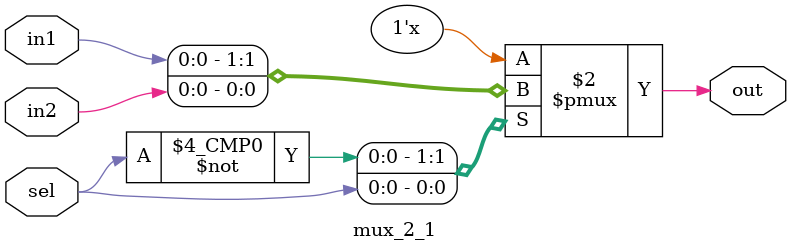
<source format=v>
module mux_2_1(
    input in1,
    input in2,
    input sel,
    output reg out
);

always @(*)
begin
  case(sel)
    1'b0 : out = in1;
    1'b1 : out = in2;
  endcase
end

endmodule
</source>
